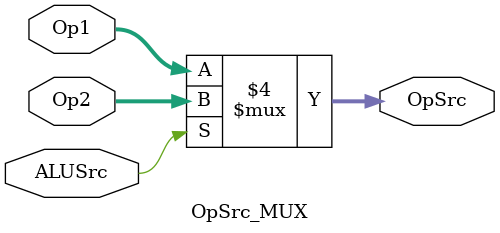
<source format=v>
module OpSrc_MUX (OpSrc, Op1, Op2, ALUSrc);

// input 
	input [63:0] Op2, Op1;
	input ALUSrc;
//	clk;
	
// output 
	output reg [63:0] OpSrc;
	
	
	always @(*)
		begin
			if(ALUSrc == 0)
				OpSrc <= Op1;
			else
				OpSrc <= Op2;
		end
		
endmodule

</source>
